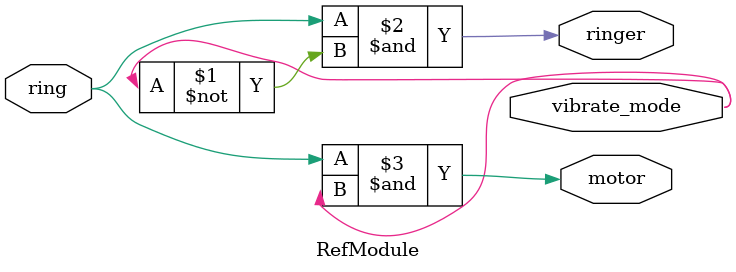
<source format=sv>

module RefModule (
  input ring,
  output vibrate_mode,
  output ringer,
  output motor
);

  assign ringer = ring & ~vibrate_mode;
  assign motor = ring & vibrate_mode;

endmodule


</source>
